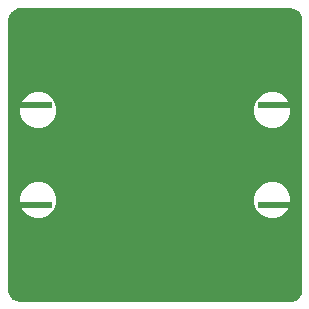
<source format=gbl>
G04 #@! TF.GenerationSoftware,KiCad,Pcbnew,(5.0.0-rc2-dev-262-gdfd2a8fc4)*
G04 #@! TF.CreationDate,2018-03-21T15:36:15-07:00*
G04 #@! TF.ProjectId,BaseBandAmp_03202018,4261736542616E64416D705F30333230,rev?*
G04 #@! TF.SameCoordinates,Original*
G04 #@! TF.FileFunction,Copper,L2,Bot,Signal*
G04 #@! TF.FilePolarity,Positive*
%FSLAX46Y46*%
G04 Gerber Fmt 4.6, Leading zero omitted, Abs format (unit mm)*
G04 Created by KiCad (PCBNEW (5.0.0-rc2-dev-262-gdfd2a8fc4)) date 03/21/18 15:36:15*
%MOMM*%
%LPD*%
G01*
G04 APERTURE LIST*
%ADD10C,0.508000*%
%ADD11R,3.810000X0.508000*%
%ADD12C,0.254000*%
G04 APERTURE END LIST*
D10*
X143129000Y-60960000D03*
X141986000Y-60960000D03*
X140843000Y-60960000D03*
X139700000Y-60960000D03*
X136525000Y-60833000D03*
X135382000Y-60833000D03*
X134366000Y-60833000D03*
D11*
X150279100Y-64338200D03*
X150279100Y-72821800D03*
D10*
X138176000Y-67056000D03*
X139192000Y-67056000D03*
X131191000Y-62992000D03*
X127889000Y-79629000D03*
X134493000Y-62992000D03*
X133731000Y-62992000D03*
X132969000Y-62992000D03*
X146812000Y-73914000D03*
X145796000Y-73914000D03*
X144780000Y-73914000D03*
X143764000Y-73914000D03*
X142748000Y-73914000D03*
X141732000Y-73914000D03*
X140716000Y-73914000D03*
X139700000Y-73914000D03*
X138684000Y-73914000D03*
X137668000Y-73914000D03*
X136652000Y-73914000D03*
X135636000Y-73914000D03*
X134620000Y-73914000D03*
X133604000Y-73914000D03*
X132588000Y-73914000D03*
X146812000Y-72898000D03*
X145796000Y-72898000D03*
X144780000Y-72898000D03*
X143764000Y-72898000D03*
X142748000Y-72898000D03*
X141732000Y-72898000D03*
X140716000Y-72898000D03*
X139700000Y-72898000D03*
X138684000Y-72898000D03*
X137668000Y-72898000D03*
X136652000Y-72898000D03*
X135636000Y-72898000D03*
X134620000Y-72898000D03*
X133604000Y-72898000D03*
X132588000Y-72898000D03*
X146812000Y-71882000D03*
X145796000Y-71882000D03*
X144780000Y-71882000D03*
X143764000Y-71882000D03*
X142748000Y-71882000D03*
X141732000Y-71882000D03*
X140716000Y-71882000D03*
X139700000Y-71882000D03*
X138684000Y-71882000D03*
X137668000Y-71882000D03*
X136652000Y-71882000D03*
X135636000Y-71882000D03*
X134620000Y-71882000D03*
X133604000Y-71882000D03*
X132588000Y-71882000D03*
X140208000Y-67056000D03*
X140208000Y-66294000D03*
X140208000Y-65532000D03*
X140208000Y-64770000D03*
X140208000Y-64008000D03*
X149606000Y-70231000D03*
X148717000Y-70231000D03*
X147955000Y-70231000D03*
X147193000Y-70231000D03*
X146431000Y-70231000D03*
X145669000Y-70231000D03*
X144907000Y-70231000D03*
X144145000Y-70231000D03*
X143383000Y-70231000D03*
X142621000Y-70231000D03*
X141859000Y-70231000D03*
X134366000Y-69596000D03*
X133223000Y-69596000D03*
X130429000Y-57658000D03*
X130429000Y-58547000D03*
X130429000Y-59309000D03*
X130429000Y-60071000D03*
X130429000Y-60833000D03*
X130429000Y-61595000D03*
X130429000Y-62484000D03*
X132207000Y-62992000D03*
X132207000Y-63754000D03*
X132207000Y-64516000D03*
X132207000Y-65278000D03*
X132207000Y-66040000D03*
X151511000Y-57912000D03*
X151511000Y-58928000D03*
X151511000Y-59690000D03*
X151511000Y-60452000D03*
X151511000Y-61214000D03*
X151511000Y-61976000D03*
X151511000Y-62738000D03*
X151511000Y-63500000D03*
X151511000Y-64262000D03*
X151511000Y-71882000D03*
X151511000Y-72644000D03*
X151511000Y-73406000D03*
X151511000Y-74168000D03*
X151511000Y-74930000D03*
X151511000Y-75692000D03*
X151511000Y-76454000D03*
X151511000Y-77216000D03*
X151511000Y-77978000D03*
X151511000Y-78740000D03*
X151511000Y-79502000D03*
X151511000Y-80264000D03*
X150749000Y-80264000D03*
X149987000Y-80264000D03*
X149225000Y-80264000D03*
X148463000Y-80264000D03*
X147701000Y-80264000D03*
X146939000Y-80264000D03*
X146177000Y-80264000D03*
X145415000Y-80264000D03*
X144653000Y-80264000D03*
X143891000Y-80264000D03*
X143129000Y-80264000D03*
X142367000Y-80264000D03*
X141605000Y-80264000D03*
X140843000Y-80264000D03*
X140081000Y-80264000D03*
X139319000Y-80264000D03*
X138557000Y-80264000D03*
X137795000Y-80264000D03*
X137033000Y-80264000D03*
X136271000Y-80264000D03*
X135509000Y-80264000D03*
X134747000Y-80264000D03*
X133985000Y-80264000D03*
X133223000Y-80264000D03*
X132461000Y-80264000D03*
X131699000Y-80264000D03*
X130937000Y-80264000D03*
X130175000Y-80264000D03*
X129413000Y-80264000D03*
X128651000Y-80264000D03*
X127889000Y-80264000D03*
X127889000Y-78994000D03*
X127889000Y-78232000D03*
X127889000Y-77470000D03*
X127889000Y-76708000D03*
X127889000Y-75946000D03*
X127889000Y-75184000D03*
X127889000Y-74422000D03*
X127889000Y-73660000D03*
X127889000Y-72898000D03*
X127889000Y-72136000D03*
X127889000Y-65278000D03*
X127889000Y-64516000D03*
X127889000Y-63754000D03*
X127889000Y-62992000D03*
X127889000Y-62230000D03*
X127889000Y-61468000D03*
X127889000Y-60706000D03*
X127889000Y-59944000D03*
X127889000Y-59182000D03*
X127889000Y-58420000D03*
X127889000Y-57658000D03*
X151511000Y-56896000D03*
X150749000Y-56896000D03*
X149987000Y-56896000D03*
X149225000Y-56896000D03*
X148463000Y-56896000D03*
X147701000Y-56896000D03*
X146939000Y-56896000D03*
X146177000Y-56896000D03*
X145415000Y-56896000D03*
X144653000Y-56896000D03*
X143891000Y-56896000D03*
X143129000Y-56896000D03*
X142367000Y-56896000D03*
X141605000Y-56896000D03*
X140843000Y-56896000D03*
X140081000Y-56896000D03*
X139319000Y-56896000D03*
X138557000Y-56896000D03*
X137795000Y-56896000D03*
X137033000Y-56896000D03*
X136271000Y-56896000D03*
X135509000Y-56896000D03*
X134747000Y-56896000D03*
X133985000Y-56896000D03*
X133223000Y-56896000D03*
X132461000Y-56896000D03*
X131699000Y-56896000D03*
X130937000Y-56896000D03*
X130175000Y-56896000D03*
X129413000Y-56896000D03*
X128651000Y-56896000D03*
X143256000Y-63246000D03*
X142494000Y-63246000D03*
X141732000Y-63246000D03*
X140970000Y-63246000D03*
X140208000Y-63246000D03*
X127889000Y-56896000D03*
D11*
X129120900Y-72821800D03*
X129120900Y-64338200D03*
D12*
G36*
X151432600Y-56318609D02*
X151698703Y-56472244D01*
X151896214Y-56707627D01*
X152007103Y-57012293D01*
X152020600Y-57166561D01*
X152020601Y-79976802D01*
X151961391Y-80312600D01*
X151807755Y-80578705D01*
X151572372Y-80776214D01*
X151267707Y-80887103D01*
X151113438Y-80900600D01*
X128303193Y-80900600D01*
X127967400Y-80841391D01*
X127701295Y-80687755D01*
X127503786Y-80452372D01*
X127392897Y-80147707D01*
X127379400Y-79993438D01*
X127379400Y-72059706D01*
X128133500Y-72059706D01*
X128133500Y-72720294D01*
X128386296Y-73330598D01*
X128853402Y-73797704D01*
X129463706Y-74050500D01*
X130124294Y-74050500D01*
X130734598Y-73797704D01*
X131201704Y-73330598D01*
X131454500Y-72720294D01*
X131454500Y-72059706D01*
X147945500Y-72059706D01*
X147945500Y-72720294D01*
X148198296Y-73330598D01*
X148665402Y-73797704D01*
X149275706Y-74050500D01*
X149936294Y-74050500D01*
X150546598Y-73797704D01*
X151013704Y-73330598D01*
X151266500Y-72720294D01*
X151266500Y-72059706D01*
X151013704Y-71449402D01*
X150546598Y-70982296D01*
X149936294Y-70729500D01*
X149275706Y-70729500D01*
X148665402Y-70982296D01*
X148198296Y-71449402D01*
X147945500Y-72059706D01*
X131454500Y-72059706D01*
X131201704Y-71449402D01*
X130734598Y-70982296D01*
X130124294Y-70729500D01*
X129463706Y-70729500D01*
X128853402Y-70982296D01*
X128386296Y-71449402D01*
X128133500Y-72059706D01*
X127379400Y-72059706D01*
X127379400Y-64439706D01*
X128133500Y-64439706D01*
X128133500Y-65100294D01*
X128386296Y-65710598D01*
X128853402Y-66177704D01*
X129463706Y-66430500D01*
X130124294Y-66430500D01*
X130734598Y-66177704D01*
X131201704Y-65710598D01*
X131454500Y-65100294D01*
X131454500Y-64439706D01*
X147945500Y-64439706D01*
X147945500Y-65100294D01*
X148198296Y-65710598D01*
X148665402Y-66177704D01*
X149275706Y-66430500D01*
X149936294Y-66430500D01*
X150546598Y-66177704D01*
X151013704Y-65710598D01*
X151266500Y-65100294D01*
X151266500Y-64439706D01*
X151013704Y-63829402D01*
X150546598Y-63362296D01*
X149936294Y-63109500D01*
X149275706Y-63109500D01*
X148665402Y-63362296D01*
X148198296Y-63829402D01*
X147945500Y-64439706D01*
X131454500Y-64439706D01*
X131201704Y-63829402D01*
X130734598Y-63362296D01*
X130124294Y-63109500D01*
X129463706Y-63109500D01*
X128853402Y-63362296D01*
X128386296Y-63829402D01*
X128133500Y-64439706D01*
X127379400Y-64439706D01*
X127379400Y-57183192D01*
X127438609Y-56847400D01*
X127592244Y-56581297D01*
X127827627Y-56383786D01*
X128132293Y-56272897D01*
X128286561Y-56259400D01*
X151096808Y-56259400D01*
X151432600Y-56318609D01*
X151432600Y-56318609D01*
G37*
X151432600Y-56318609D02*
X151698703Y-56472244D01*
X151896214Y-56707627D01*
X152007103Y-57012293D01*
X152020600Y-57166561D01*
X152020601Y-79976802D01*
X151961391Y-80312600D01*
X151807755Y-80578705D01*
X151572372Y-80776214D01*
X151267707Y-80887103D01*
X151113438Y-80900600D01*
X128303193Y-80900600D01*
X127967400Y-80841391D01*
X127701295Y-80687755D01*
X127503786Y-80452372D01*
X127392897Y-80147707D01*
X127379400Y-79993438D01*
X127379400Y-72059706D01*
X128133500Y-72059706D01*
X128133500Y-72720294D01*
X128386296Y-73330598D01*
X128853402Y-73797704D01*
X129463706Y-74050500D01*
X130124294Y-74050500D01*
X130734598Y-73797704D01*
X131201704Y-73330598D01*
X131454500Y-72720294D01*
X131454500Y-72059706D01*
X147945500Y-72059706D01*
X147945500Y-72720294D01*
X148198296Y-73330598D01*
X148665402Y-73797704D01*
X149275706Y-74050500D01*
X149936294Y-74050500D01*
X150546598Y-73797704D01*
X151013704Y-73330598D01*
X151266500Y-72720294D01*
X151266500Y-72059706D01*
X151013704Y-71449402D01*
X150546598Y-70982296D01*
X149936294Y-70729500D01*
X149275706Y-70729500D01*
X148665402Y-70982296D01*
X148198296Y-71449402D01*
X147945500Y-72059706D01*
X131454500Y-72059706D01*
X131201704Y-71449402D01*
X130734598Y-70982296D01*
X130124294Y-70729500D01*
X129463706Y-70729500D01*
X128853402Y-70982296D01*
X128386296Y-71449402D01*
X128133500Y-72059706D01*
X127379400Y-72059706D01*
X127379400Y-64439706D01*
X128133500Y-64439706D01*
X128133500Y-65100294D01*
X128386296Y-65710598D01*
X128853402Y-66177704D01*
X129463706Y-66430500D01*
X130124294Y-66430500D01*
X130734598Y-66177704D01*
X131201704Y-65710598D01*
X131454500Y-65100294D01*
X131454500Y-64439706D01*
X147945500Y-64439706D01*
X147945500Y-65100294D01*
X148198296Y-65710598D01*
X148665402Y-66177704D01*
X149275706Y-66430500D01*
X149936294Y-66430500D01*
X150546598Y-66177704D01*
X151013704Y-65710598D01*
X151266500Y-65100294D01*
X151266500Y-64439706D01*
X151013704Y-63829402D01*
X150546598Y-63362296D01*
X149936294Y-63109500D01*
X149275706Y-63109500D01*
X148665402Y-63362296D01*
X148198296Y-63829402D01*
X147945500Y-64439706D01*
X131454500Y-64439706D01*
X131201704Y-63829402D01*
X130734598Y-63362296D01*
X130124294Y-63109500D01*
X129463706Y-63109500D01*
X128853402Y-63362296D01*
X128386296Y-63829402D01*
X128133500Y-64439706D01*
X127379400Y-64439706D01*
X127379400Y-57183192D01*
X127438609Y-56847400D01*
X127592244Y-56581297D01*
X127827627Y-56383786D01*
X128132293Y-56272897D01*
X128286561Y-56259400D01*
X151096808Y-56259400D01*
X151432600Y-56318609D01*
M02*

</source>
